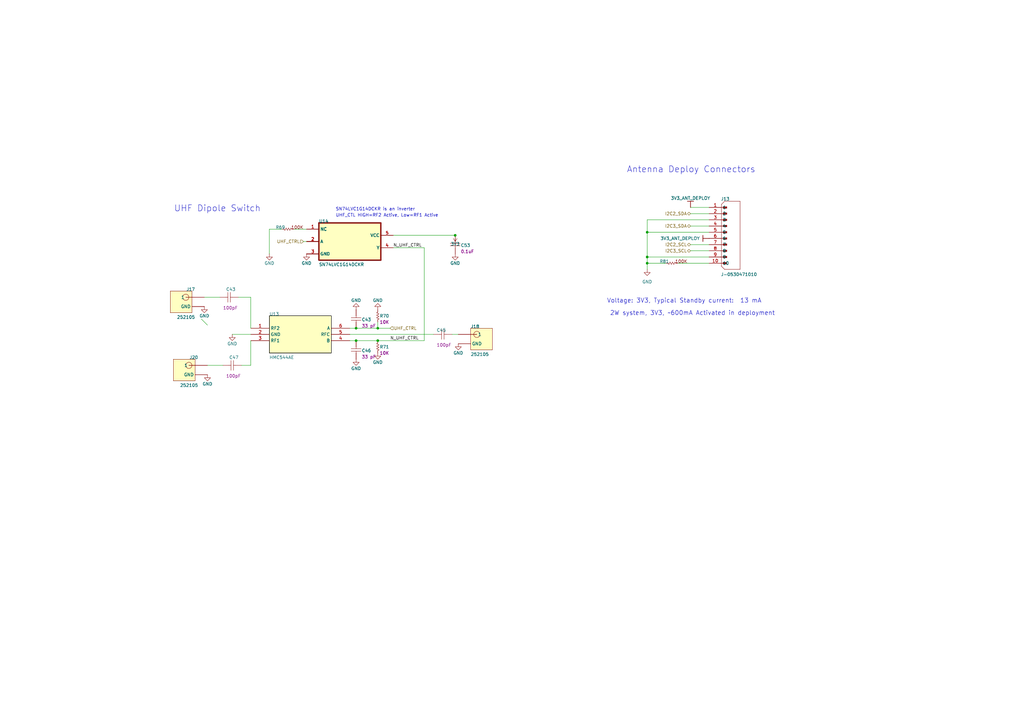
<source format=kicad_sch>
(kicad_sch (version 20250114) (generator "eeschema") (generator_version "9.0")
  (paper "A3")
  (lib_symbols
    (symbol "CTS-SAT-1 PCB:J-252105" (pin_numbers (hide yes))
      (property "Reference" "J" (at -1.27 1.27 0))
      (property "Value" "252105" (at -1.27 -3.81 0))
      (symbol "J-252105_1_0"
        (circle (center -1.27 2.54) (radius 1.27))
        (rectangle (start 5.08 5.08) (end -3.81 -3.81) (stroke (width 0) (color 128 0 0 1)) (fill (type background)))
        (pin passive line (at -8.89 2.54 0) (length 7.62) (name "1") (number "1"))
        (pin passive line (at -8.89 -1.27 0) (length 5.08) (name "GND") (number "0"))
      )
    )
    (symbol "CTS-SAT-1 PCB:U-HMC544AETR"
      (property "Reference" "U" (at -1.27 1.27 0))
      (property "Value" "U-HMC544AETR" (at -1.27 -3.81 0))
      (symbol "U-HMC544AETR_1_0"
        (rectangle (start 12.7 7.62) (end -12.7 -7.62) (stroke (width 0) (color 0 0 0 1)) (fill (type background)))
        (rectangle (start 12.7 7.62) (end -12.7 -7.62) (stroke (width 0) (color 0 0 0 1)) (fill (type background)))
        (pin passive line (at -20.32 2.54 0) (length 7.62) (name "RF2") (number "1"))
        (pin passive line (at -20.32 2.54 0) (length 7.62) (name "RF2") (number "1"))
        (pin passive line (at -20.32 0 0) (length 7.62) (name "GND") (number "2"))
        (pin passive line (at -20.32 0 0) (length 7.62) (name "GND") (number "2"))
        (pin passive line (at -20.32 -2.54 0) (length 7.62) (name "RF1") (number "3"))
        (pin passive line (at -20.32 -2.54 0) (length 7.62) (name "RF1") (number "3"))
        (pin passive line (at 20.32 2.54 180) (length 7.62) (name "A") (number "6"))
        (pin passive line (at 20.32 2.54 180) (length 7.62) (name "A") (number "6"))
        (pin passive line (at 20.32 0 180) (length 7.62) (name "RFC") (number "5"))
        (pin passive line (at 20.32 0 180) (length 7.62) (name "RFC") (number "5"))
        (pin passive line (at 20.32 -2.54 180) (length 7.62) (name "B") (number "4"))
        (pin passive line (at 20.32 -2.54 180) (length 7.62) (name "B") (number "4"))
      )
    )
    (symbol "CTS-SAT-1 PCB:U-SN74LVC1G14DCKR"
      (property "Reference" "U" (at -1.27 1.27 0))
      (property "Value" "SN74LVC1G14DCKR" (at -1.27 -3.81 0))
      (symbol "U-SN74LVC1G14DCKR_1_0"
        (rectangle (start 60.96 7.62) (end 35.56 -7.62) (stroke (width 0.508) (color 128 0 0 1)) (fill (type background)))
        (rectangle (start 60.96 7.62) (end 35.56 -7.62) (stroke (width 0.508) (color 128 0 0 1)) (fill (type background)))
        (pin passive line (at 30.48 5.08 0) (length 5.08) (name "NC") (number "1"))
        (pin passive line (at 30.48 5.08 0) (length 5.08) (name "NC") (number "1"))
        (pin passive line (at 30.48 0 0) (length 5.08) (name "A") (number "2"))
        (pin passive line (at 30.48 0 0) (length 5.08) (name "A") (number "2"))
        (pin passive line (at 30.48 -5.08 0) (length 5.08) (name "GND") (number "3"))
        (pin passive line (at 30.48 -5.08 0) (length 5.08) (name "GND") (number "3"))
        (pin passive line (at 66.04 2.54 180) (length 5.08) (name "VCC") (number "5"))
        (pin passive line (at 66.04 2.54 180) (length 5.08) (name "VCC") (number "5"))
        (pin passive line (at 66.04 -2.54 180) (length 5.08) (name "Y") (number "4"))
        (pin passive line (at 66.04 -2.54 180) (length 5.08) (name "Y") (number "4"))
      )
    )
    (symbol "OBC Development Board-altium-import:3V3_ANT_DEPLOY_BAR" (power)
      (property "Value" "3V3_ANT_DEPLOY" (at 0 -3.81 0))
      (symbol "3V3_ANT_DEPLOY_BAR_0_0"
        (polyline (pts (xy -1.27 -2.54) (xy 1.27 -2.54)) (stroke (width 0.254)))
        (polyline (pts (xy 0 0) (xy 0 -2.54)) (stroke (width 0.254)))
        (pin power_in line (at 0 0 0) (length 0) (hide yes) (name "3V3_ANT_DEPLOY") (number ""))
      )
    )
    (symbol "OBC Development Board:root_0_J-0530471010_OBC Development Board.SchLib"
      (symbol "root_0_J-0530471010_OBC Development Board.SchLib_1_0"
        (polyline (pts (xy 0 11.43) (xy 0 -13.97)))
        (polyline (pts (xy 0 11.43) (xy 1.27 12.7)))
        (polyline (pts (xy 0 10.16) (xy 1.905 10.16)))
        (polyline (pts (xy 0 7.62) (xy 1.905 7.62)))
        (polyline (pts (xy 0 5.08) (xy 1.905 5.08)))
        (polyline (pts (xy 0 2.54) (xy 1.905 2.54)))
        (polyline (pts (xy 0 0) (xy 1.905 0)))
        (polyline (pts (xy 0 -2.54) (xy 1.905 -2.54)))
        (polyline (pts (xy 0 -5.08) (xy 1.905 -5.08)))
        (polyline (pts (xy 0 -7.62) (xy 1.905 -7.62)))
        (polyline (pts (xy 0 -10.16) (xy 1.905 -10.16)))
        (polyline (pts (xy 0 -12.7) (xy 1.905 -12.7)))
        (polyline (pts (xy 0 -13.97) (xy 1.27 -15.24)))
        (polyline (pts (xy 1.27 -15.24) (xy 7.62 -15.24)))
        (rectangle (start 2.223 10.478) (end 0.635 9.843) (fill (type outline)))
        (rectangle (start 2.223 7.938) (end 0.635 7.303) (fill (type outline)))
        (rectangle (start 2.223 5.398) (end 0.635 4.763) (fill (type outline)))
        (rectangle (start 2.223 2.858) (end 0.635 2.223) (fill (type outline)))
        (rectangle (start 2.223 0.318) (end 0.635 -0.317) (fill (type outline)))
        (rectangle (start 2.223 -2.222) (end 0.635 -2.857) (fill (type outline)))
        (rectangle (start 2.223 -4.762) (end 0.635 -5.397) (fill (type outline)))
        (rectangle (start 2.223 -7.302) (end 0.635 -7.937) (fill (type outline)))
        (rectangle (start 2.223 -9.842) (end 0.635 -10.477) (fill (type outline)))
        (rectangle (start 2.223 -12.382) (end 0.635 -13.017) (fill (type outline)))
        (polyline (pts (xy 7.62 12.7) (xy 1.27 12.7)))
        (polyline (pts (xy 7.62 -15.24) (xy 7.62 12.7)))
        (pin passive line (at -5.08 10.16 0) (length 5.08) (name "1") (number "1"))
        (pin passive line (at -5.08 7.62 0) (length 5.08) (name "2") (number "2"))
        (pin passive line (at -5.08 5.08 0) (length 5.08) (name "3") (number "3"))
        (pin passive line (at -5.08 2.54 0) (length 5.08) (name "4") (number "4"))
        (pin passive line (at -5.08 0 0) (length 5.08) (name "5") (number "5"))
        (pin passive line (at -5.08 -2.54 0) (length 5.08) (name "6") (number "6"))
        (pin passive line (at -5.08 -5.08 0) (length 5.08) (name "7") (number "7"))
        (pin passive line (at -5.08 -7.62 0) (length 5.08) (name "8") (number "8"))
        (pin passive line (at -5.08 -10.16 0) (length 5.08) (name "9") (number "9"))
        (pin passive line (at -5.08 -12.7 0) (length 5.08) (name "10") (number "10"))
      )
    )
    (symbol "OBC Development Board:root_0_RT-100K0-F-1/16W-0603_OBC Development Board.SchLib" (pin_numbers (hide yes)) (pin_names (hide yes))
      (symbol "root_0_RT-100K0-F-1/16W-0603_OBC Development Board.SchLib_1_0"
        (polyline (pts (xy 7.62 -0.508) (xy 7.366 0)))
        (polyline (pts (xy 7.62 -0.508) (xy 8.128 0.508) (xy 8.636 -0.508) (xy 9.144 0.508) (xy 9.652 -0.508) (xy 10.16 0.508) (xy 10.414 0)))
        (text "100K" (at 10.16 0 0) (effects (font (size 1.27 1.27)) (justify left bottom)))
        (pin passive line (at 6.35 0 0) (length 1.016) (name "") (number "1"))
        (pin passive line (at 11.43 0 180) (length 1.016) (name "") (number "2"))
      )
    )
    (symbol "OBC Development Board:root_1_CC-100nF-25V-X7R-0603_OBC Development Board.SchLib" (pin_numbers (hide yes)) (pin_names (hide yes))
      (symbol "root_1_CC-100nF-25V-X7R-0603_OBC Development Board.SchLib_1_0"
        (polyline (pts (xy -2.032 4.318) (xy 2.032 4.318)))
        (polyline (pts (xy 0 5.08) (xy 0 4.318)))
        (polyline (pts (xy 0 2.54) (xy 0 3.302)))
        (polyline (pts (xy 2.032 3.302) (xy -2.032 3.302)))
        (pin passive line (at 0 7.62 270) (length 2.54) (name "2") (number "2"))
        (pin passive line (at 0 0 90) (length 2.54) (name "1") (number "1"))
      )
    )
    (symbol "OBC Development Board:root_1_CC-339-K-50V-X7R-0603_OBC Development Board.SchLib" (pin_numbers (hide yes)) (pin_names (hide yes))
      (symbol "root_1_CC-339-K-50V-X7R-0603_OBC Development Board.SchLib_1_0"
        (polyline (pts (xy -2.032 4.318) (xy 2.032 4.318)))
        (polyline (pts (xy 0 5.08) (xy 0 4.318)))
        (polyline (pts (xy 0 2.54) (xy 0 3.302)))
        (polyline (pts (xy 2.032 3.302) (xy -2.032 3.302)))
        (pin passive line (at 0 7.62 270) (length 2.54) (name "2") (number "2"))
        (pin passive line (at 0 0 90) (length 2.54) (name "1") (number "1"))
      )
    )
    (symbol "OBC Development Board:root_1_RT-10K0-F-1/16W-0603_OBC Development Board.SchLib" (pin_numbers (hide yes)) (pin_names (hide yes))
      (symbol "root_1_RT-10K0-F-1/16W-0603_OBC Development Board.SchLib_1_0"
        (polyline (pts (xy 0.508 1.27) (xy 0 1.016)))
        (polyline (pts (xy 0.508 1.27) (xy -0.508 1.778) (xy 0.508 2.286) (xy -0.508 2.794) (xy 0.508 3.302) (xy -0.508 3.81) (xy 0 4.064)))
        (pin passive line (at 0 5.08 270) (length 1.016) (name "") (number "2"))
        (pin passive line (at 0 0 90) (length 1.016) (name "") (number "1"))
      )
    )
    (symbol "RS2D:root_0_CC-108-K-50V-X7R-0603_RS2D.SchLib" (pin_numbers (hide yes)) (pin_names (hide yes))
      (symbol "root_0_CC-108-K-50V-X7R-0603_RS2D.SchLib_1_0"
        (polyline (pts (xy 2.54 0) (xy 3.302 0)))
        (polyline (pts (xy 3.302 -2.032) (xy 3.302 2.032)))
        (polyline (pts (xy 4.318 2.032) (xy 4.318 -2.032)))
        (polyline (pts (xy 5.08 0) (xy 4.318 0)))
        (pin passive line (at 0 0 0) (length 2.54) (name "1") (number "1"))
        (pin passive line (at 7.62 0 180) (length 2.54) (name "2") (number "2"))
      )
    )
    (symbol "power:+3V3" (power) (pin_numbers (hide yes)) (pin_names (offset 0) (hide yes))
      (property "Value" "+3V3" (at 0 3.556 0))
      (symbol "+3V3_0_1"
        (polyline (pts (xy -0.762 1.27) (xy 0 2.54)))
        (polyline (pts (xy 0 2.54) (xy 0.762 1.27)))
        (polyline (pts (xy 0 0) (xy 0 2.54)))
      )
      (symbol "+3V3_1_1"
        (pin power_in line (at 0 0 90) (length 0) (name "~") (number "1"))
      )
    )
    (symbol "power:GND" (power) (pin_numbers (hide yes)) (pin_names (offset 0) (hide yes))
      (property "Value" "GND" (at 0 -3.81 0))
      (symbol "GND_0_1"
        (polyline (pts (xy 0 0) (xy 0 -1.27) (xy 1.27 -1.27) (xy 0 -2.54) (xy -1.27 -1.27) (xy 0 -1.27)))
      )
      (symbol "GND_1_1"
        (pin power_in line (at 0 0 270) (length 0) (name "~") (number "1"))
      )
    )
  )
  (text "Antenna Deploy Connectors\n" (at 283.464 69.596 0) (effects (font (size 2.54 2.54))))
  (text "Voltage: 3V3, Typical Standby current:  13 mA" (at 248.92 124.46 0) (effects (font (size 1.778 1.778)) (justify left bottom)))
  (text "SN74LVC1G14DCKR is an inverter" (at 137.668 86.614 0) (effects (font (size 1.27 1.27)) (justify left bottom)))
  (text "UHF Dipole Switch" (at 89.154 85.598 0) (effects (font (size 2.54 2.54))))
  (text "UHF_CTL HIGH=RF2 Active, Low=RF1 Active" (at 137.668 89.154 0) (effects (font (size 1.27 1.27)) (justify left bottom)))
  (text "" (at 67.31 74.93 0) (effects (font (size 3.048 3.048) (thickness 0.6096) (bold yes)) (justify left bottom)))
  (text "2W system, 3V3, ~600mA Activated in deployment" (at 250.19 129.54 0) (effects (font (size 1.778 1.778)) (justify left bottom)))
  (junction (at 265.43 107.95))
  (junction (at 265.43 95.25))
  (junction (at 154.94 139.7))
  (junction (at 265.43 105.41))
  (junction (at 154.94 134.62))
  (junction (at 186.69 96.52))
  (junction (at 146.05 134.62))
  (junction (at 146.05 139.7))
  (bus_entry (at 82.55 130.81) (size 2.54 2.54))
  (wire (pts (xy 265.43 90.17) (xy 265.43 95.25)))
  (wire (pts (xy 154.94 134.62) (xy 160.02 134.62)))
  (wire (pts (xy 290.83 90.17) (xy 265.43 90.17)))
  (wire (pts (xy 283.21 85.09) (xy 290.83 85.09)))
  (wire (pts (xy 102.87 149.86) (xy 102.87 139.7)))
  (wire (pts (xy 97.79 121.92) (xy 102.87 121.92)))
  (wire (pts (xy 283.21 100.33) (xy 290.83 100.33)))
  (wire (pts (xy 83.82 121.92) (xy 90.17 121.92)))
  (wire (pts (xy 125.73 93.98) (xy 120.65 93.98)))
  (wire (pts (xy 265.43 107.95) (xy 273.05 107.95)))
  (wire (pts (xy 143.51 134.62) (xy 146.05 134.62)))
  (wire (pts (xy 290.83 107.95) (xy 278.13 107.95)))
  (wire (pts (xy 115.57 93.98) (xy 110.49 93.98)))
  (wire (pts (xy 173.99 101.6) (xy 173.99 139.7)))
  (wire (pts (xy 265.43 105.41) (xy 290.83 105.41)))
  (wire (pts (xy 124.46 99.06) (xy 125.73 99.06)))
  (wire (pts (xy 265.43 95.25) (xy 290.83 95.25)))
  (wire (pts (xy 265.43 110.49) (xy 265.43 107.95)))
  (wire (pts (xy 265.43 107.95) (xy 265.43 105.41)))
  (wire (pts (xy 146.05 134.62) (xy 154.94 134.62)))
  (wire (pts (xy 146.05 139.7) (xy 154.94 139.7)))
  (wire (pts (xy 143.51 139.7) (xy 146.05 139.7)))
  (wire (pts (xy 283.21 102.87) (xy 290.83 102.87)))
  (wire (pts (xy 91.44 149.86) (xy 85.09 149.86)))
  (wire (pts (xy 99.06 149.86) (xy 102.87 149.86)))
  (wire (pts (xy 161.29 101.6) (xy 173.99 101.6)))
  (wire (pts (xy 143.51 137.16) (xy 177.8 137.16)))
  (wire (pts (xy 283.21 87.63) (xy 290.83 87.63)))
  (wire (pts (xy 110.49 93.98) (xy 110.49 104.14)))
  (wire (pts (xy 185.42 137.16) (xy 187.96 137.16)))
  (wire (pts (xy 102.87 121.92) (xy 102.87 134.62)))
  (wire (pts (xy 186.69 96.52) (xy 161.29 96.52)))
  (wire (pts (xy 102.87 137.16) (xy 95.25 137.16)))
  (wire (pts (xy 154.94 132.08) (xy 154.94 134.62)))
  (wire (pts (xy 265.43 105.41) (xy 265.43 95.25)))
  (wire (pts (xy 154.94 139.7) (xy 173.99 139.7)))
  (wire (pts (xy 283.21 92.71) (xy 290.83 92.71)))
  (label "N_UHF_CTRL" (at 161.29 101.6 0))
  (label "N_UHF_CTRL" (at 160.02 139.7 0))
  (hierarchical_label "UHF_CTRL" (shape input) (at 160.02 134.62 0))
  (hierarchical_label "UHF_CTRL" (shape input) (at 124.46 99.06 180))
  (hierarchical_label "I2C3_SDA" (shape bidirectional) (at 283.21 92.71 180))
  (hierarchical_label "I2C2_SDA" (shape bidirectional) (at 283.21 87.63 180))
  (hierarchical_label "I2C3_SCL" (shape bidirectional) (at 283.21 102.87 180))
  (hierarchical_label "I2C2_SCL" (shape bidirectional) (at 283.21 100.33 180))
  (symbol (lib_id "CTS-SAT-1 PCB:J-252105") (at 74.93 124.46 0) (mirror y) (unit 1)
    (property "Reference" "J17" (at 80.01 119.38 0) (effects (justify left bottom)))
    (property "Value" "252105" (at 80.01 130.81 0) (effects (justify left bottom)))
    (property "Footprint" "J-252105" (effects (hide yes)))
    (property "Description" "CONN MCX RCPT STR 50 OHM PCB" (effects (hide yes)))
    (property "MANUFACTURER" "Amphenol RF" (effects (hide yes)))
    (property "MANUFACTURER PART #" "252105" (effects (hide yes)))
    (property "DISTRIBUTOR PART #" "ACX1262-ND" (effects (hide yes)))
    (property "DISTRIBUTOR" "Digikey" (effects (hide yes)))
    (property "Manufacturer" "Amphenol RF" (effects (hide yes)))
    (property "Manufacturer Part #" "252105" (effects (hide yes)))
    (property "Distributor Part #" "ACX1262-ND" (effects (hide yes)))
    (property "Distributor" "Digikey" (effects (hide yes)))
  )
  (symbol (lib_id "CTS-SAT-1 PCB:J-252105") (at 196.85 139.7 0) (unit 1)
    (property "Reference" "J18" (at 193.04 134.62 0) (effects (justify left bottom)))
    (property "Value" "252105" (at 193.04 146.05 0) (effects (justify left bottom)))
    (property "Footprint" "J-252105" (effects (hide yes)))
    (property "Description" "CONN MCX RCPT STR 50 OHM PCB" (effects (hide yes)))
    (property "MANUFACTURER" "Amphenol RF" (effects (hide yes)))
    (property "MANUFACTURER PART #" "252105" (effects (hide yes)))
    (property "DISTRIBUTOR PART #" "ACX1262-ND" (effects (hide yes)))
    (property "DISTRIBUTOR" "Digikey" (effects (hide yes)))
    (property "Manufacturer" "Amphenol RF" (effects (hide yes)))
    (property "Manufacturer Part #" "252105" (effects (hide yes)))
    (property "Distributor Part #" "ACX1262-ND" (effects (hide yes)))
    (property "Distributor" "Digikey" (effects (hide yes)))
  )
  (symbol (lib_id "OBC Development Board-altium-import:3V3_ANT_DEPLOY_BAR") (at 290.83 97.79 270) (unit 1)
    (property "Reference" "#PWR092" (effects (hide yes)))
    (property "Value" "3V3_ANT_DEPLOY" (at 287.02 97.79 90) (effects (justify right)))
  )
  (symbol (lib_id "OBC Development Board:root_1_RT-10K0-F-1/16W-0603_OBC Development Board.SchLib") (at 154.94 144.78 0) (unit 1)
    (property "Reference" "R71" (at 155.702 143.002 0) (effects (justify left bottom)))
    (property "Value" "10K" (effects (hide yes)))
    (property "Footprint" "0603" (effects (hide yes)))
    (property "Description" "10 kOhms ±0.1% 0.063W, 1/16W Chip Resistor 0603 (1608 Metric) - Thin Film" (effects (hide yes)))
    (property "COMPONENTLINK1DESCRIPTION" "Datasheet" (effects (hide yes)))
    (property "COMPONENTLINK1URL" "https://www.vishay.com/docs/20035/dcrcwe3.pdf" (effects (hide yes)))
    (property "COMPONENTLINK2DESCRIPTION" "Manufacturer Website" (effects (hide yes)))
    (property "DISTRIBUTOR" "Digikey" (effects (hide yes)))
    (property "DISTRIBUTOR PART #" "A119886CT-ND" (effects (hide yes)))
    (property "MANUFACTURER" "TE Connectivity Passive Product" (effects (hide yes)))
    (property "MANUFACTURER PART #" "CPF0603B10KE" (effects (hide yes)))
    (property "PART DESCRIPTION" "10 kOhms ±0.1% 0.063W, 1/16W Chip Resistor 0603 (1608 Metric) - Thin Film" (effects (hide yes)))
    (property "COMPONENTLINK2URL" "https://www.vishay.com/" (effects (hide yes)))
    (property "ALTIUM_VALUE" "10K" (at 155.702 145.542 0) (effects (justify left bottom)))
  )
  (symbol (lib_id "OBC Development Board:root_1_CC-339-K-50V-X7R-0603_OBC Development Board.SchLib") (at 146.05 134.62 0) (unit 1)
    (property "Reference" "C43" (at 148.336 131.826 0) (effects (justify left bottom)))
    (property "Value" "33 pF" (effects (hide yes)))
    (property "Footprint" "0603" (effects (hide yes)))
    (property "Description" "CAP CER 33PF 50V X7R 0603" (effects (hide yes)))
    (property "COMPONENTLINK1DESCRIPTION" "Datasheet" (effects (hide yes)))
    (property "COMPONENTLINK1URL" "https://ds.yuden.co.jp/TYCOMPAS/ut/detail?pn=TMK105BJ104KV-F%20%20&u=M" (effects (hide yes)))
    (property "COMPONENTLINK2DESCRIPTION" "Manufacturer Website" (effects (hide yes)))
    (property "DISTRIBUTOR" "Digikey" (effects (hide yes)))
    (property "DISTRIBUTOR PART #" "399-C0603C330K5RAC7867CT-ND" (effects (hide yes)))
    (property "MANUFACTURER" "KEMET" (effects (hide yes)))
    (property "MANUFACTURER PART #" "C0603C330K5RAC7867" (effects (hide yes)))
    (property "PART DESCRIPTION" "CAP CER 33PF 50V X7R 0603" (effects (hide yes)))
    (property "COMPONENTLINK2URL" "https://www.yuden.co.jp/or/" (effects (hide yes)))
    (property "ALTIUM_VALUE" "33 pF" (at 148.336 134.366 0) (effects (justify left bottom)))
  )
  (symbol (lib_id "CTS-SAT-1 PCB:U-HMC544AETR") (at 123.19 137.16 0) (unit 1)
    (property "Reference" "U13" (at 110.49 129.54 0) (effects (justify left bottom)))
    (property "Value" "HMC544AE" (at 110.49 147.32 0) (effects (justify left bottom)))
    (property "Footprint" "U-HMC544AETR" (effects (hide yes)))
    (property "Description" "0Hz~4GHz 23dB 0.7dB SOT-23-6 RF Switches ROHS" (effects (hide yes)))
    (property "MANUFACTURER" "Analog Devices" (effects (hide yes)))
    (property "MANUFACTURER PART #" "HMC544AETR" (effects (hide yes)))
    (property "DISTRIBUTOR" "LCSC" (effects (hide yes)))
    (property "DISTRIBUTOR PART #" "C579555" (effects (hide yes)))
    (property "LCSC PART #" "C579555" (effects (hide yes)))
    (property "Manufacturer" "Analog Devices" (effects (hide yes)))
    (property "Manufacturer Part #" "HMC544AETR" (effects (hide yes)))
    (property "Distributor" "LCSC" (effects (hide yes)))
    (property "Distributor Part #" "C579555" (effects (hide yes)))
    (property "LCSC Part #" "C579555" (effects (hide yes)))
  )
  (symbol (lib_id "OBC Development Board:root_1_RT-10K0-F-1/16W-0603_OBC Development Board.SchLib") (at 154.94 132.08 0) (unit 1)
    (property "Reference" "R70" (at 155.702 130.302 0) (effects (justify left bottom)))
    (property "Value" "10K" (effects (hide yes)))
    (property "Footprint" "0603" (effects (hide yes)))
    (property "Description" "10 kOhms ±0.1% 0.063W, 1/16W Chip Resistor 0603 (1608 Metric) - Thin Film" (effects (hide yes)))
    (property "COMPONENTLINK1DESCRIPTION" "Datasheet" (effects (hide yes)))
    (property "COMPONENTLINK1URL" "https://www.vishay.com/docs/20035/dcrcwe3.pdf" (effects (hide yes)))
    (property "COMPONENTLINK2DESCRIPTION" "Manufacturer Website" (effects (hide yes)))
    (property "DISTRIBUTOR" "Digikey" (effects (hide yes)))
    (property "DISTRIBUTOR PART #" "A119886CT-ND" (effects (hide yes)))
    (property "MANUFACTURER" "TE Connectivity Passive Product" (effects (hide yes)))
    (property "MANUFACTURER PART #" "CPF0603B10KE" (effects (hide yes)))
    (property "PART DESCRIPTION" "10 kOhms ±0.1% 0.063W, 1/16W Chip Resistor 0603 (1608 Metric) - Thin Film" (effects (hide yes)))
    (property "COMPONENTLINK2URL" "https://www.vishay.com/" (effects (hide yes)))
    (property "ALTIUM_VALUE" "10K" (at 155.702 132.842 0) (effects (justify left bottom)))
  )
  (symbol (lib_id "power:GND") (at 186.69 104.14 0) (unit 1)
    (property "Reference" "#PWR144" (effects (hide yes)))
    (property "Value" "GND" (at 186.69 107.95 0))
    (property "Description" "Power symbol creates a global label with name \"GND\" , ground" (effects (hide yes)))
  )
  (symbol (lib_id "OBC Development Board:root_0_RT-100K0-F-1/16W-0603_OBC Development Board.SchLib") (at 266.7 107.95 0) (unit 1)
    (property "Reference" "R81" (at 270.51 107.95 0) (effects (justify left bottom)))
    (property "Value" "100K" (effects (hide yes)))
    (property "Footprint" "0603" (effects (hide yes)))
    (property "Description" "RES SMD 100KΩ 0.1% 1/16W 0603" (effects (hide yes)))
    (property "COMPONENTLINK2URL" "https://www.te.com/commerce/DocumentDelivery/DDEController?Action=showdoc&DocId=Data+Sheet%7F1773200%7FM%7Fpdf%7FEnglish%7FENG_DS_1773200_M.pdf%7F3-1676481-2" (effects (hide yes)))
    (property "COMPONENTLINK2DESCRIPTION" "Datasheet" (effects (hide yes)))
    (property "DISTRIBUTOR" "Digikey" (effects (hide yes)))
    (property "DISTRIBUTOR PART #" "A119912CT-ND" (effects (hide yes)))
    (property "MANUFACTURER" "TE Connectivity" (effects (hide yes)))
    (property "MANUFACTURER PART #" "CPF0603B100KE" (effects (hide yes)))
    (property "PART DESCRIPTION" "RES SMD 100KΩ 0.1% 1/16W 0603" (effects (hide yes)))
    (property "ALTIUM_VALUE" "100K" (effects (hide yes)))
  )
  (symbol (lib_id "RS2D:root_0_CC-108-K-50V-X7R-0603_RS2D.SchLib") (at 177.8 137.16 0) (unit 1)
    (property "Reference" "C45" (at 179.07 136.144 0) (effects (justify left bottom)))
    (property "Value" "100pF" (effects (hide yes)))
    (property "Footprint" "0603" (effects (hide yes)))
    (property "Description" "CAP CER 100PF 50V X7R 0603" (effects (hide yes)))
    (property "COMPONENTLINK1DESCRIPTION" "Datasheet" (effects (hide yes)))
    (property "COMPONENTLINK1URL" "https://ds.yuden.co.jp/TYCOMPAS/ut/detail?pn=TMK105BJ104KV-F%20%20&u=M" (effects (hide yes)))
    (property "COMPONENTLINK2DESCRIPTION" "Manufacturer Website" (effects (hide yes)))
    (property "DISTRIBUTOR" "Digikey" (effects (hide yes)))
    (property "DISTRIBUTOR PART #" "311-3601-1-ND" (effects (hide yes)))
    (property "MANUFACTURER" "YAGEO" (effects (hide yes)))
    (property "MANUFACTURER PART #" "CC0603KRX7R9BB101" (effects (hide yes)))
    (property "PART DESCRIPTION" "CAP CER 100PF 50V X7R 0603" (effects (hide yes)))
    (property "COMPONENTLINK2URL" "https://www.yuden.co.jp/or/" (effects (hide yes)))
    (property "ALTIUM_VALUE" "100pF" (at 179.07 142.24 0) (effects (justify left bottom)))
  )
  (symbol (lib_id "power:GND") (at 187.96 140.97 0) (unit 1)
    (property "Reference" "#PWR142" (effects (hide yes)))
    (property "Value" "GND" (at 187.96 144.78 0))
    (property "Description" "Power symbol creates a global label with name \"GND\" , ground" (effects (hide yes)))
  )
  (symbol (lib_id "OBC Development Board:root_0_J-0530471010_OBC Development Board.SchLib") (at 295.91 95.25 0) (unit 1)
    (property "Reference" "J13" (at 295.656 82.296 0) (effects (justify left bottom)))
    (property "Value" "J-0530471010" (at 295.656 113.284 0) (effects (justify left bottom)))
    (property "Footprint" "J-0530471010" (effects (hide yes)))
    (property "Description" "CONN HEADER VERT 10POS 1.25MM" (effects (hide yes)))
    (property "MANUFACTURER" "Molex" (effects (hide yes)))
    (property "MANUFACTURER PART #" "0530471010" (effects (hide yes)))
    (property "DISTRIBUTOR" "Digikey" (effects (hide yes)))
    (property "DISTRIBUTOR PART #" "WM1739-ND" (effects (hide yes)))
  )
  (symbol (lib_id "power:GND") (at 95.25 137.16 0) (unit 1)
    (property "Reference" "#PWR147" (effects (hide yes)))
    (property "Value" "GND" (at 95.25 140.97 0))
    (property "Description" "Power symbol creates a global label with name \"GND\" , ground" (effects (hide yes)))
  )
  (symbol (lib_id "power:GND") (at 85.09 153.67 0) (unit 1)
    (property "Reference" "#PWR151" (effects (hide yes)))
    (property "Value" "GND" (at 85.09 157.48 0))
    (property "Description" "Power symbol creates a global label with name \"GND\" , ground" (effects (hide yes)))
  )
  (symbol (lib_id "power:GND") (at 110.49 104.14 0) (unit 1)
    (property "Reference" "#PWR149" (effects (hide yes)))
    (property "Value" "GND" (at 110.49 107.95 0))
    (property "Description" "Power symbol creates a global label with name \"GND\" , ground" (effects (hide yes)))
  )
  (symbol (lib_id "RS2D:root_0_CC-108-K-50V-X7R-0603_RS2D.SchLib") (at 91.44 149.86 0) (unit 1)
    (property "Reference" "C47" (at 93.98 147.32 0) (effects (justify left bottom)))
    (property "Value" "100pF" (effects (hide yes)))
    (property "Footprint" "0603" (effects (hide yes)))
    (property "Description" "CAP CER 100PF 50V X7R 0603" (effects (hide yes)))
    (property "COMPONENTLINK1DESCRIPTION" "Datasheet" (effects (hide yes)))
    (property "COMPONENTLINK1URL" "https://ds.yuden.co.jp/TYCOMPAS/ut/detail?pn=TMK105BJ104KV-F%20%20&u=M" (effects (hide yes)))
    (property "COMPONENTLINK2DESCRIPTION" "Manufacturer Website" (effects (hide yes)))
    (property "DISTRIBUTOR" "Digikey" (effects (hide yes)))
    (property "DISTRIBUTOR PART #" "311-3601-1-ND" (effects (hide yes)))
    (property "MANUFACTURER" "YAGEO" (effects (hide yes)))
    (property "MANUFACTURER PART #" "CC0603KRX7R9BB101" (effects (hide yes)))
    (property "PART DESCRIPTION" "CAP CER 100PF 50V X7R 0603" (effects (hide yes)))
    (property "COMPONENTLINK2URL" "https://www.yuden.co.jp/or/" (effects (hide yes)))
    (property "ALTIUM_VALUE" "100pF" (at 92.71 154.94 0) (effects (justify left bottom)))
  )
  (symbol (lib_id "power:GND") (at 154.94 144.78 0) (unit 1)
    (property "Reference" "#PWR145" (effects (hide yes)))
    (property "Value" "GND" (at 154.94 148.59 0))
    (property "Description" "Power symbol creates a global label with name \"GND\" , ground" (effects (hide yes)))
  )
  (symbol (lib_id "OBC Development Board-altium-import:3V3_ANT_DEPLOY_BAR") (at 283.21 85.09 180) (unit 1)
    (property "Reference" "#PWR089" (effects (hide yes)))
    (property "Value" "3V3_ANT_DEPLOY" (at 283.21 81.28 0))
  )
  (symbol (lib_id "RS2D:root_0_CC-108-K-50V-X7R-0603_RS2D.SchLib") (at 90.17 121.92 0) (unit 1)
    (property "Reference" "C43" (at 92.71 119.38 0) (effects (justify left bottom)))
    (property "Value" "100pF" (effects (hide yes)))
    (property "Footprint" "0603" (effects (hide yes)))
    (property "Description" "CAP CER 100PF 50V X7R 0603" (effects (hide yes)))
    (property "COMPONENTLINK1DESCRIPTION" "Datasheet" (effects (hide yes)))
    (property "COMPONENTLINK1URL" "https://ds.yuden.co.jp/TYCOMPAS/ut/detail?pn=TMK105BJ104KV-F%20%20&u=M" (effects (hide yes)))
    (property "COMPONENTLINK2DESCRIPTION" "Manufacturer Website" (effects (hide yes)))
    (property "DISTRIBUTOR" "Digikey" (effects (hide yes)))
    (property "DISTRIBUTOR PART #" "311-3601-1-ND" (effects (hide yes)))
    (property "MANUFACTURER" "YAGEO" (effects (hide yes)))
    (property "MANUFACTURER PART #" "CC0603KRX7R9BB101" (effects (hide yes)))
    (property "PART DESCRIPTION" "CAP CER 100PF 50V X7R 0603" (effects (hide yes)))
    (property "COMPONENTLINK2URL" "https://www.yuden.co.jp/or/" (effects (hide yes)))
    (property "ALTIUM_VALUE" "100pF" (at 91.44 127 0) (effects (justify left bottom)))
  )
  (symbol (lib_id "CTS-SAT-1 PCB:U-SN74LVC1G14DCKR") (at 95.25 99.06 0) (unit 1)
    (property "Reference" "U14" (at 130.81 91.44 0) (effects (justify left bottom)))
    (property "Value" "SN74LVC1G14DCKR" (at 130.81 109.22 0) (effects (justify left bottom)))
    (property "Footprint" "U-SN74LVC1G14DCKR" (effects (hide yes)))
    (property "Description" "IC INVERT SCHMITT 1CH 1IN SC70" (effects (hide yes)))
    (property "DISTRIBUTOR" "Digikey" (effects (hide yes)))
    (property "MANUFACTURER" "Texas Instruments" (effects (hide yes)))
    (property "MANUFACTURER PART #" "SN74LVC1G14DCKR" (effects (hide yes)))
    (property "DISTRIBUTOR PART #" "296-11608-1-ND" (effects (hide yes)))
    (property "LCSC PART #" "C35740" (effects (hide yes)))
    (property "Distributor" "Digikey" (effects (hide yes)))
    (property "Manufacturer" "Texas Instruments" (effects (hide yes)))
    (property "Manufacturer Part #" "SN74LVC1G14DCKR" (effects (hide yes)))
    (property "Distributor Part #" "296-11608-1-ND" (effects (hide yes)))
    (property "LCSC Part #" "C35740" (effects (hide yes)))
  )
  (symbol (lib_id "OBC Development Board:root_0_RT-100K0-F-1/16W-0603_OBC Development Board.SchLib") (at 109.22 93.98 0) (unit 1)
    (property "Reference" "R69" (at 113.03 93.98 0) (effects (justify left bottom)))
    (property "Value" "100K" (effects (hide yes)))
    (property "Footprint" "0603" (effects (hide yes)))
    (property "Description" "RES SMD 100KΩ 0.1% 1/16W 0603" (effects (hide yes)))
    (property "COMPONENTLINK2URL" "https://www.te.com/commerce/DocumentDelivery/DDEController?Action=showdoc&DocId=Data+Sheet%7F1773200%7FM%7Fpdf%7FEnglish%7FENG_DS_1773200_M.pdf%7F3-1676481-2" (effects (hide yes)))
    (property "COMPONENTLINK2DESCRIPTION" "Datasheet" (effects (hide yes)))
    (property "DISTRIBUTOR" "Digikey" (effects (hide yes)))
    (property "DISTRIBUTOR PART #" "A119912CT-ND" (effects (hide yes)))
    (property "MANUFACTURER" "TE Connectivity" (effects (hide yes)))
    (property "MANUFACTURER PART #" "CPF0603B100KE" (effects (hide yes)))
    (property "PART DESCRIPTION" "RES SMD 100KΩ 0.1% 1/16W 0603" (effects (hide yes)))
    (property "ALTIUM_VALUE" "100K" (effects (hide yes)))
  )
  (symbol (lib_id "power:+3V3") (at 186.69 96.52 180) (unit 1)
    (property "Reference" "#PWR143" (effects (hide yes)))
    (property "Value" "3V3" (at 186.69 100.076 0))
    (property "Description" "Power symbol creates a global label with name \"+3V3\"" (effects (hide yes)))
  )
  (symbol (lib_id "CTS-SAT-1 PCB:J-252105") (at 76.2 152.4 0) (mirror y) (unit 1)
    (property "Reference" "J20" (at 81.28 147.32 0) (effects (justify left bottom)))
    (property "Value" "252105" (at 81.28 158.75 0) (effects (justify left bottom)))
    (property "Footprint" "J-252105" (effects (hide yes)))
    (property "Description" "CONN MCX RCPT STR 50 OHM PCB" (effects (hide yes)))
    (property "MANUFACTURER" "Amphenol RF" (effects (hide yes)))
    (property "MANUFACTURER PART #" "252105" (effects (hide yes)))
    (property "DISTRIBUTOR PART #" "ACX1262-ND" (effects (hide yes)))
    (property "DISTRIBUTOR" "Digikey" (effects (hide yes)))
    (property "Manufacturer" "Amphenol RF" (effects (hide yes)))
    (property "Manufacturer Part #" "252105" (effects (hide yes)))
    (property "Distributor Part #" "ACX1262-ND" (effects (hide yes)))
    (property "Distributor" "Digikey" (effects (hide yes)))
  )
  (symbol (lib_id "power:GND") (at 265.43 110.49 0) (unit 1)
    (property "Reference" "#PWR90" (effects (hide yes)))
    (property "Value" "GND" (at 265.43 115.57 0))
    (property "Description" "Power symbol creates a global label with name \"GND\" , ground" (effects (hide yes)))
  )
  (symbol (lib_id "power:GND") (at 83.82 125.73 0) (unit 1)
    (property "Reference" "#PWR148" (effects (hide yes)))
    (property "Value" "GND" (at 83.82 129.54 0))
    (property "Description" "Power symbol creates a global label with name \"GND\" , ground" (effects (hide yes)))
  )
  (symbol (lib_id "power:GND") (at 154.94 127 180) (unit 1)
    (property "Reference" "#PWR140" (effects (hide yes)))
    (property "Value" "GND" (at 154.94 123.19 0))
    (property "Description" "Power symbol creates a global label with name \"GND\" , ground" (effects (hide yes)))
  )
  (symbol (lib_id "OBC Development Board:root_1_CC-339-K-50V-X7R-0603_OBC Development Board.SchLib") (at 146.05 147.32 0) (unit 1)
    (property "Reference" "C46" (at 148.336 144.526 0) (effects (justify left bottom)))
    (property "Value" "33 pF" (effects (hide yes)))
    (property "Footprint" "0603" (effects (hide yes)))
    (property "Description" "CAP CER 33PF 50V X7R 0603" (effects (hide yes)))
    (property "COMPONENTLINK1DESCRIPTION" "Datasheet" (effects (hide yes)))
    (property "COMPONENTLINK1URL" "https://ds.yuden.co.jp/TYCOMPAS/ut/detail?pn=TMK105BJ104KV-F%20%20&u=M" (effects (hide yes)))
    (property "COMPONENTLINK2DESCRIPTION" "Manufacturer Website" (effects (hide yes)))
    (property "DISTRIBUTOR" "Digikey" (effects (hide yes)))
    (property "DISTRIBUTOR PART #" "399-C0603C330K5RAC7867CT-ND" (effects (hide yes)))
    (property "MANUFACTURER" "KEMET" (effects (hide yes)))
    (property "MANUFACTURER PART #" "C0603C330K5RAC7867" (effects (hide yes)))
    (property "PART DESCRIPTION" "CAP CER 33PF 50V X7R 0603" (effects (hide yes)))
    (property "COMPONENTLINK2URL" "https://www.yuden.co.jp/or/" (effects (hide yes)))
    (property "ALTIUM_VALUE" "33 pF" (at 148.336 147.066 0) (effects (justify left bottom)))
  )
  (symbol (lib_id "power:GND") (at 146.05 127 180) (unit 1)
    (property "Reference" "#PWR141" (effects (hide yes)))
    (property "Value" "GND" (at 146.05 123.19 0))
    (property "Description" "Power symbol creates a global label with name \"GND\" , ground" (effects (hide yes)))
  )
  (symbol (lib_id "power:GND") (at 125.73 104.14 0) (unit 1)
    (property "Reference" "#PWR150" (effects (hide yes)))
    (property "Value" "GND" (at 125.73 107.95 0))
    (property "Description" "Power symbol creates a global label with name \"GND\" , ground" (effects (hide yes)))
  )
  (symbol (lib_id "OBC Development Board:root_1_CC-100nF-25V-X7R-0603_OBC Development Board.SchLib") (at 186.69 104.14 0) (unit 1)
    (property "Reference" "C53" (at 188.976 101.346 0) (effects (justify left bottom)))
    (property "Value" "0.1uF" (effects (hide yes)))
    (property "Footprint" "0603" (effects (hide yes)))
    (property "Description" "25V 100nF X7R ±10% 0603 Multilayer Ceramic Capacitors MLCC - SMD/SMT ROHS" (effects (hide yes)))
    (property "COMPONENTLINK1DESCRIPTION" "Datasheet" (effects (hide yes)))
    (property "COMPONENTLINK1URL" "https://ds.yuden.co.jp/TYCOMPAS/ut/detail?pn=TMK105BJ104KV-F%20%20&u=M" (effects (hide yes)))
    (property "COMPONENTLINK2DESCRIPTION" "Manufacturer Website" (effects (hide yes)))
    (property "DISTRIBUTOR" "LCSC" (effects (hide yes)))
    (property "DISTRIBUTOR PART #" "C354391" (effects (hide yes)))
    (property "MANUFACTURER" "Murata Electronics" (effects (hide yes)))
    (property "MANUFACTURER PART #" "GCJ188R71E104KA12D" (effects (hide yes)))
    (property "PART DESCRIPTION" "25V 100nF X7R ±10% 0603 Multilayer Ceramic Capacitors MLCC - SMD/SMT ROHS" (effects (hide yes)))
    (property "COMPONENTLINK2URL" "https://www.yuden.co.jp/or/" (effects (hide yes)))
    (property "ALTIUM_VALUE" "0.1uF" (at 188.976 103.886 0) (effects (justify left bottom)))
    (property "HIGHEST RATED OPERATING TEMPERATURE" "125" (effects (hide yes)))
    (property "LOWEST RATED OPERATING TEMPERATURE" "-55" (effects (hide yes)))
    (property "MAX EXPOSED VOLTAGE" "6" (effects (hide yes)))
    (property "RATED VOLTAGE" "25" (effects (hide yes)))
  )
  (symbol (lib_id "power:GND") (at 146.05 147.32 0) (unit 1)
    (property "Reference" "#PWR146" (effects (hide yes)))
    (property "Value" "GND" (at 146.05 151.13 0))
    (property "Description" "Power symbol creates a global label with name \"GND\" , ground" (effects (hide yes)))
  )
)
</source>
